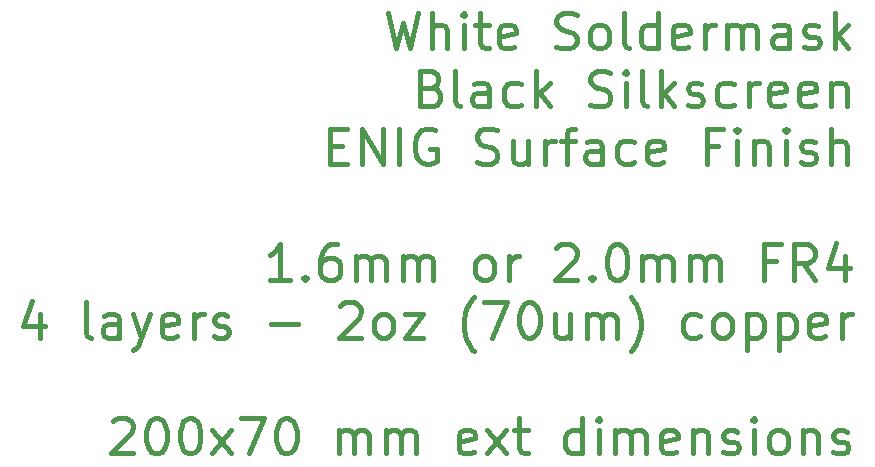
<source format=gbr>
G04 #@! TF.GenerationSoftware,KiCad,Pcbnew,(5.0.0-rc2-dev-296-g4594fedc2)*
G04 #@! TF.CreationDate,2018-05-02T00:47:15+09:30*
G04 #@! TF.ProjectId,zaphod-controller,7A6170686F642D636F6E74726F6C6C65,1.0*
G04 #@! TF.SameCoordinates,Original*
G04 #@! TF.FileFunction,Other,Comment*
%FSLAX46Y46*%
G04 Gerber Fmt 4.6, Leading zero omitted, Abs format (unit mm)*
G04 Created by KiCad (PCBNEW (5.0.0-rc2-dev-296-g4594fedc2)) date 05/02/18 00:47:15*
%MOMM*%
%LPD*%
G01*
G04 APERTURE LIST*
%ADD10C,0.400000*%
G04 APERTURE END LIST*
D10*
X228168571Y-103707142D02*
X228882857Y-106707142D01*
X229454285Y-104564285D01*
X230025714Y-106707142D01*
X230740000Y-103707142D01*
X231882857Y-106707142D02*
X231882857Y-103707142D01*
X233168571Y-106707142D02*
X233168571Y-105135714D01*
X233025714Y-104850000D01*
X232740000Y-104707142D01*
X232311428Y-104707142D01*
X232025714Y-104850000D01*
X231882857Y-104992857D01*
X234597142Y-106707142D02*
X234597142Y-104707142D01*
X234597142Y-103707142D02*
X234454285Y-103850000D01*
X234597142Y-103992857D01*
X234740000Y-103850000D01*
X234597142Y-103707142D01*
X234597142Y-103992857D01*
X235597142Y-104707142D02*
X236740000Y-104707142D01*
X236025714Y-103707142D02*
X236025714Y-106278571D01*
X236168571Y-106564285D01*
X236454285Y-106707142D01*
X236740000Y-106707142D01*
X238882857Y-106564285D02*
X238597142Y-106707142D01*
X238025714Y-106707142D01*
X237740000Y-106564285D01*
X237597142Y-106278571D01*
X237597142Y-105135714D01*
X237740000Y-104850000D01*
X238025714Y-104707142D01*
X238597142Y-104707142D01*
X238882857Y-104850000D01*
X239025714Y-105135714D01*
X239025714Y-105421428D01*
X237597142Y-105707142D01*
X242454285Y-106564285D02*
X242882857Y-106707142D01*
X243597142Y-106707142D01*
X243882857Y-106564285D01*
X244025714Y-106421428D01*
X244168571Y-106135714D01*
X244168571Y-105850000D01*
X244025714Y-105564285D01*
X243882857Y-105421428D01*
X243597142Y-105278571D01*
X243025714Y-105135714D01*
X242740000Y-104992857D01*
X242597142Y-104850000D01*
X242454285Y-104564285D01*
X242454285Y-104278571D01*
X242597142Y-103992857D01*
X242740000Y-103850000D01*
X243025714Y-103707142D01*
X243740000Y-103707142D01*
X244168571Y-103850000D01*
X245882857Y-106707142D02*
X245597142Y-106564285D01*
X245454285Y-106421428D01*
X245311428Y-106135714D01*
X245311428Y-105278571D01*
X245454285Y-104992857D01*
X245597142Y-104850000D01*
X245882857Y-104707142D01*
X246311428Y-104707142D01*
X246597142Y-104850000D01*
X246740000Y-104992857D01*
X246882857Y-105278571D01*
X246882857Y-106135714D01*
X246740000Y-106421428D01*
X246597142Y-106564285D01*
X246311428Y-106707142D01*
X245882857Y-106707142D01*
X248597142Y-106707142D02*
X248311428Y-106564285D01*
X248168571Y-106278571D01*
X248168571Y-103707142D01*
X251025714Y-106707142D02*
X251025714Y-103707142D01*
X251025714Y-106564285D02*
X250740000Y-106707142D01*
X250168571Y-106707142D01*
X249882857Y-106564285D01*
X249740000Y-106421428D01*
X249597142Y-106135714D01*
X249597142Y-105278571D01*
X249740000Y-104992857D01*
X249882857Y-104850000D01*
X250168571Y-104707142D01*
X250740000Y-104707142D01*
X251025714Y-104850000D01*
X253597142Y-106564285D02*
X253311428Y-106707142D01*
X252740000Y-106707142D01*
X252454285Y-106564285D01*
X252311428Y-106278571D01*
X252311428Y-105135714D01*
X252454285Y-104850000D01*
X252740000Y-104707142D01*
X253311428Y-104707142D01*
X253597142Y-104850000D01*
X253740000Y-105135714D01*
X253740000Y-105421428D01*
X252311428Y-105707142D01*
X255025714Y-106707142D02*
X255025714Y-104707142D01*
X255025714Y-105278571D02*
X255168571Y-104992857D01*
X255311428Y-104850000D01*
X255597142Y-104707142D01*
X255882857Y-104707142D01*
X256882857Y-106707142D02*
X256882857Y-104707142D01*
X256882857Y-104992857D02*
X257025714Y-104850000D01*
X257311428Y-104707142D01*
X257740000Y-104707142D01*
X258025714Y-104850000D01*
X258168571Y-105135714D01*
X258168571Y-106707142D01*
X258168571Y-105135714D02*
X258311428Y-104850000D01*
X258597142Y-104707142D01*
X259025714Y-104707142D01*
X259311428Y-104850000D01*
X259454285Y-105135714D01*
X259454285Y-106707142D01*
X262168571Y-106707142D02*
X262168571Y-105135714D01*
X262025714Y-104850000D01*
X261740000Y-104707142D01*
X261168571Y-104707142D01*
X260882857Y-104850000D01*
X262168571Y-106564285D02*
X261882857Y-106707142D01*
X261168571Y-106707142D01*
X260882857Y-106564285D01*
X260740000Y-106278571D01*
X260740000Y-105992857D01*
X260882857Y-105707142D01*
X261168571Y-105564285D01*
X261882857Y-105564285D01*
X262168571Y-105421428D01*
X263454285Y-106564285D02*
X263740000Y-106707142D01*
X264311428Y-106707142D01*
X264597142Y-106564285D01*
X264740000Y-106278571D01*
X264740000Y-106135714D01*
X264597142Y-105850000D01*
X264311428Y-105707142D01*
X263882857Y-105707142D01*
X263597142Y-105564285D01*
X263454285Y-105278571D01*
X263454285Y-105135714D01*
X263597142Y-104850000D01*
X263882857Y-104707142D01*
X264311428Y-104707142D01*
X264597142Y-104850000D01*
X266025714Y-106707142D02*
X266025714Y-103707142D01*
X266311428Y-105564285D02*
X267168571Y-106707142D01*
X267168571Y-104707142D02*
X266025714Y-105850000D01*
X231882857Y-110035714D02*
X232311428Y-110178571D01*
X232454285Y-110321428D01*
X232597142Y-110607142D01*
X232597142Y-111035714D01*
X232454285Y-111321428D01*
X232311428Y-111464285D01*
X232025714Y-111607142D01*
X230882857Y-111607142D01*
X230882857Y-108607142D01*
X231882857Y-108607142D01*
X232168571Y-108750000D01*
X232311428Y-108892857D01*
X232454285Y-109178571D01*
X232454285Y-109464285D01*
X232311428Y-109750000D01*
X232168571Y-109892857D01*
X231882857Y-110035714D01*
X230882857Y-110035714D01*
X234311428Y-111607142D02*
X234025714Y-111464285D01*
X233882857Y-111178571D01*
X233882857Y-108607142D01*
X236740000Y-111607142D02*
X236740000Y-110035714D01*
X236597142Y-109750000D01*
X236311428Y-109607142D01*
X235740000Y-109607142D01*
X235454285Y-109750000D01*
X236740000Y-111464285D02*
X236454285Y-111607142D01*
X235740000Y-111607142D01*
X235454285Y-111464285D01*
X235311428Y-111178571D01*
X235311428Y-110892857D01*
X235454285Y-110607142D01*
X235740000Y-110464285D01*
X236454285Y-110464285D01*
X236740000Y-110321428D01*
X239454285Y-111464285D02*
X239168571Y-111607142D01*
X238597142Y-111607142D01*
X238311428Y-111464285D01*
X238168571Y-111321428D01*
X238025714Y-111035714D01*
X238025714Y-110178571D01*
X238168571Y-109892857D01*
X238311428Y-109750000D01*
X238597142Y-109607142D01*
X239168571Y-109607142D01*
X239454285Y-109750000D01*
X240740000Y-111607142D02*
X240740000Y-108607142D01*
X241025714Y-110464285D02*
X241882857Y-111607142D01*
X241882857Y-109607142D02*
X240740000Y-110750000D01*
X245311428Y-111464285D02*
X245740000Y-111607142D01*
X246454285Y-111607142D01*
X246740000Y-111464285D01*
X246882857Y-111321428D01*
X247025714Y-111035714D01*
X247025714Y-110750000D01*
X246882857Y-110464285D01*
X246740000Y-110321428D01*
X246454285Y-110178571D01*
X245882857Y-110035714D01*
X245597142Y-109892857D01*
X245454285Y-109750000D01*
X245311428Y-109464285D01*
X245311428Y-109178571D01*
X245454285Y-108892857D01*
X245597142Y-108750000D01*
X245882857Y-108607142D01*
X246597142Y-108607142D01*
X247025714Y-108750000D01*
X248311428Y-111607142D02*
X248311428Y-109607142D01*
X248311428Y-108607142D02*
X248168571Y-108750000D01*
X248311428Y-108892857D01*
X248454285Y-108750000D01*
X248311428Y-108607142D01*
X248311428Y-108892857D01*
X250168571Y-111607142D02*
X249882857Y-111464285D01*
X249740000Y-111178571D01*
X249740000Y-108607142D01*
X251311428Y-111607142D02*
X251311428Y-108607142D01*
X251597142Y-110464285D02*
X252454285Y-111607142D01*
X252454285Y-109607142D02*
X251311428Y-110750000D01*
X253597142Y-111464285D02*
X253882857Y-111607142D01*
X254454285Y-111607142D01*
X254740000Y-111464285D01*
X254882857Y-111178571D01*
X254882857Y-111035714D01*
X254740000Y-110750000D01*
X254454285Y-110607142D01*
X254025714Y-110607142D01*
X253740000Y-110464285D01*
X253597142Y-110178571D01*
X253597142Y-110035714D01*
X253740000Y-109750000D01*
X254025714Y-109607142D01*
X254454285Y-109607142D01*
X254740000Y-109750000D01*
X257454285Y-111464285D02*
X257168571Y-111607142D01*
X256597142Y-111607142D01*
X256311428Y-111464285D01*
X256168571Y-111321428D01*
X256025714Y-111035714D01*
X256025714Y-110178571D01*
X256168571Y-109892857D01*
X256311428Y-109750000D01*
X256597142Y-109607142D01*
X257168571Y-109607142D01*
X257454285Y-109750000D01*
X258740000Y-111607142D02*
X258740000Y-109607142D01*
X258740000Y-110178571D02*
X258882857Y-109892857D01*
X259025714Y-109750000D01*
X259311428Y-109607142D01*
X259597142Y-109607142D01*
X261740000Y-111464285D02*
X261454285Y-111607142D01*
X260882857Y-111607142D01*
X260597142Y-111464285D01*
X260454285Y-111178571D01*
X260454285Y-110035714D01*
X260597142Y-109750000D01*
X260882857Y-109607142D01*
X261454285Y-109607142D01*
X261740000Y-109750000D01*
X261882857Y-110035714D01*
X261882857Y-110321428D01*
X260454285Y-110607142D01*
X264311428Y-111464285D02*
X264025714Y-111607142D01*
X263454285Y-111607142D01*
X263168571Y-111464285D01*
X263025714Y-111178571D01*
X263025714Y-110035714D01*
X263168571Y-109750000D01*
X263454285Y-109607142D01*
X264025714Y-109607142D01*
X264311428Y-109750000D01*
X264454285Y-110035714D01*
X264454285Y-110321428D01*
X263025714Y-110607142D01*
X265740000Y-109607142D02*
X265740000Y-111607142D01*
X265740000Y-109892857D02*
X265882857Y-109750000D01*
X266168571Y-109607142D01*
X266597142Y-109607142D01*
X266882857Y-109750000D01*
X267025714Y-110035714D01*
X267025714Y-111607142D01*
X223311428Y-114935714D02*
X224311428Y-114935714D01*
X224739999Y-116507142D02*
X223311428Y-116507142D01*
X223311428Y-113507142D01*
X224739999Y-113507142D01*
X226025714Y-116507142D02*
X226025714Y-113507142D01*
X227739999Y-116507142D01*
X227739999Y-113507142D01*
X229168571Y-116507142D02*
X229168571Y-113507142D01*
X232168571Y-113650000D02*
X231882857Y-113507142D01*
X231454285Y-113507142D01*
X231025714Y-113650000D01*
X230739999Y-113935714D01*
X230597142Y-114221428D01*
X230454285Y-114792857D01*
X230454285Y-115221428D01*
X230597142Y-115792857D01*
X230739999Y-116078571D01*
X231025714Y-116364285D01*
X231454285Y-116507142D01*
X231739999Y-116507142D01*
X232168571Y-116364285D01*
X232311428Y-116221428D01*
X232311428Y-115221428D01*
X231739999Y-115221428D01*
X235739999Y-116364285D02*
X236168571Y-116507142D01*
X236882857Y-116507142D01*
X237168571Y-116364285D01*
X237311428Y-116221428D01*
X237454285Y-115935714D01*
X237454285Y-115650000D01*
X237311428Y-115364285D01*
X237168571Y-115221428D01*
X236882857Y-115078571D01*
X236311428Y-114935714D01*
X236025714Y-114792857D01*
X235882857Y-114650000D01*
X235739999Y-114364285D01*
X235739999Y-114078571D01*
X235882857Y-113792857D01*
X236025714Y-113650000D01*
X236311428Y-113507142D01*
X237025714Y-113507142D01*
X237454285Y-113650000D01*
X240025714Y-114507142D02*
X240025714Y-116507142D01*
X238739999Y-114507142D02*
X238739999Y-116078571D01*
X238882857Y-116364285D01*
X239168571Y-116507142D01*
X239597142Y-116507142D01*
X239882857Y-116364285D01*
X240025714Y-116221428D01*
X241454285Y-116507142D02*
X241454285Y-114507142D01*
X241454285Y-115078571D02*
X241597142Y-114792857D01*
X241739999Y-114650000D01*
X242025714Y-114507142D01*
X242311428Y-114507142D01*
X242882857Y-114507142D02*
X244025714Y-114507142D01*
X243311428Y-116507142D02*
X243311428Y-113935714D01*
X243454285Y-113650000D01*
X243739999Y-113507142D01*
X244025714Y-113507142D01*
X246311428Y-116507142D02*
X246311428Y-114935714D01*
X246168571Y-114650000D01*
X245882857Y-114507142D01*
X245311428Y-114507142D01*
X245025714Y-114650000D01*
X246311428Y-116364285D02*
X246025714Y-116507142D01*
X245311428Y-116507142D01*
X245025714Y-116364285D01*
X244882857Y-116078571D01*
X244882857Y-115792857D01*
X245025714Y-115507142D01*
X245311428Y-115364285D01*
X246025714Y-115364285D01*
X246311428Y-115221428D01*
X249025714Y-116364285D02*
X248739999Y-116507142D01*
X248168571Y-116507142D01*
X247882857Y-116364285D01*
X247739999Y-116221428D01*
X247597142Y-115935714D01*
X247597142Y-115078571D01*
X247739999Y-114792857D01*
X247882857Y-114650000D01*
X248168571Y-114507142D01*
X248739999Y-114507142D01*
X249025714Y-114650000D01*
X251454285Y-116364285D02*
X251168571Y-116507142D01*
X250597142Y-116507142D01*
X250311428Y-116364285D01*
X250168571Y-116078571D01*
X250168571Y-114935714D01*
X250311428Y-114650000D01*
X250597142Y-114507142D01*
X251168571Y-114507142D01*
X251454285Y-114650000D01*
X251597142Y-114935714D01*
X251597142Y-115221428D01*
X250168571Y-115507142D01*
X256168571Y-114935714D02*
X255168571Y-114935714D01*
X255168571Y-116507142D02*
X255168571Y-113507142D01*
X256597142Y-113507142D01*
X257739999Y-116507142D02*
X257739999Y-114507142D01*
X257739999Y-113507142D02*
X257597142Y-113650000D01*
X257739999Y-113792857D01*
X257882857Y-113650000D01*
X257739999Y-113507142D01*
X257739999Y-113792857D01*
X259168571Y-114507142D02*
X259168571Y-116507142D01*
X259168571Y-114792857D02*
X259311428Y-114650000D01*
X259597142Y-114507142D01*
X260025714Y-114507142D01*
X260311428Y-114650000D01*
X260454285Y-114935714D01*
X260454285Y-116507142D01*
X261882857Y-116507142D02*
X261882857Y-114507142D01*
X261882857Y-113507142D02*
X261739999Y-113650000D01*
X261882857Y-113792857D01*
X262025714Y-113650000D01*
X261882857Y-113507142D01*
X261882857Y-113792857D01*
X263168571Y-116364285D02*
X263454285Y-116507142D01*
X264025714Y-116507142D01*
X264311428Y-116364285D01*
X264454285Y-116078571D01*
X264454285Y-115935714D01*
X264311428Y-115650000D01*
X264025714Y-115507142D01*
X263597142Y-115507142D01*
X263311428Y-115364285D01*
X263168571Y-115078571D01*
X263168571Y-114935714D01*
X263311428Y-114650000D01*
X263597142Y-114507142D01*
X264025714Y-114507142D01*
X264311428Y-114650000D01*
X265739999Y-116507142D02*
X265739999Y-113507142D01*
X267025714Y-116507142D02*
X267025714Y-114935714D01*
X266882857Y-114650000D01*
X266597142Y-114507142D01*
X266168571Y-114507142D01*
X265882857Y-114650000D01*
X265739999Y-114792857D01*
X219882857Y-126307142D02*
X218168571Y-126307142D01*
X219025714Y-126307142D02*
X219025714Y-123307142D01*
X218740000Y-123735714D01*
X218454285Y-124021428D01*
X218168571Y-124164285D01*
X221168571Y-126021428D02*
X221311428Y-126164285D01*
X221168571Y-126307142D01*
X221025714Y-126164285D01*
X221168571Y-126021428D01*
X221168571Y-126307142D01*
X223882857Y-123307142D02*
X223311428Y-123307142D01*
X223025714Y-123450000D01*
X222882857Y-123592857D01*
X222597142Y-124021428D01*
X222454285Y-124592857D01*
X222454285Y-125735714D01*
X222597142Y-126021428D01*
X222740000Y-126164285D01*
X223025714Y-126307142D01*
X223597142Y-126307142D01*
X223882857Y-126164285D01*
X224025714Y-126021428D01*
X224168571Y-125735714D01*
X224168571Y-125021428D01*
X224025714Y-124735714D01*
X223882857Y-124592857D01*
X223597142Y-124450000D01*
X223025714Y-124450000D01*
X222740000Y-124592857D01*
X222597142Y-124735714D01*
X222454285Y-125021428D01*
X225454285Y-126307142D02*
X225454285Y-124307142D01*
X225454285Y-124592857D02*
X225597142Y-124450000D01*
X225882857Y-124307142D01*
X226311428Y-124307142D01*
X226597142Y-124450000D01*
X226740000Y-124735714D01*
X226740000Y-126307142D01*
X226740000Y-124735714D02*
X226882857Y-124450000D01*
X227168571Y-124307142D01*
X227597142Y-124307142D01*
X227882857Y-124450000D01*
X228025714Y-124735714D01*
X228025714Y-126307142D01*
X229454285Y-126307142D02*
X229454285Y-124307142D01*
X229454285Y-124592857D02*
X229597142Y-124450000D01*
X229882857Y-124307142D01*
X230311428Y-124307142D01*
X230597142Y-124450000D01*
X230740000Y-124735714D01*
X230740000Y-126307142D01*
X230740000Y-124735714D02*
X230882857Y-124450000D01*
X231168571Y-124307142D01*
X231597142Y-124307142D01*
X231882857Y-124450000D01*
X232025714Y-124735714D01*
X232025714Y-126307142D01*
X236168571Y-126307142D02*
X235882857Y-126164285D01*
X235740000Y-126021428D01*
X235597142Y-125735714D01*
X235597142Y-124878571D01*
X235740000Y-124592857D01*
X235882857Y-124450000D01*
X236168571Y-124307142D01*
X236597142Y-124307142D01*
X236882857Y-124450000D01*
X237025714Y-124592857D01*
X237168571Y-124878571D01*
X237168571Y-125735714D01*
X237025714Y-126021428D01*
X236882857Y-126164285D01*
X236597142Y-126307142D01*
X236168571Y-126307142D01*
X238454285Y-126307142D02*
X238454285Y-124307142D01*
X238454285Y-124878571D02*
X238597142Y-124592857D01*
X238740000Y-124450000D01*
X239025714Y-124307142D01*
X239311428Y-124307142D01*
X242454285Y-123592857D02*
X242597142Y-123450000D01*
X242882857Y-123307142D01*
X243597142Y-123307142D01*
X243882857Y-123450000D01*
X244025714Y-123592857D01*
X244168571Y-123878571D01*
X244168571Y-124164285D01*
X244025714Y-124592857D01*
X242311428Y-126307142D01*
X244168571Y-126307142D01*
X245454285Y-126021428D02*
X245597142Y-126164285D01*
X245454285Y-126307142D01*
X245311428Y-126164285D01*
X245454285Y-126021428D01*
X245454285Y-126307142D01*
X247454285Y-123307142D02*
X247740000Y-123307142D01*
X248025714Y-123450000D01*
X248168571Y-123592857D01*
X248311428Y-123878571D01*
X248454285Y-124450000D01*
X248454285Y-125164285D01*
X248311428Y-125735714D01*
X248168571Y-126021428D01*
X248025714Y-126164285D01*
X247740000Y-126307142D01*
X247454285Y-126307142D01*
X247168571Y-126164285D01*
X247025714Y-126021428D01*
X246882857Y-125735714D01*
X246740000Y-125164285D01*
X246740000Y-124450000D01*
X246882857Y-123878571D01*
X247025714Y-123592857D01*
X247168571Y-123450000D01*
X247454285Y-123307142D01*
X249740000Y-126307142D02*
X249740000Y-124307142D01*
X249740000Y-124592857D02*
X249882857Y-124450000D01*
X250168571Y-124307142D01*
X250597142Y-124307142D01*
X250882857Y-124450000D01*
X251025714Y-124735714D01*
X251025714Y-126307142D01*
X251025714Y-124735714D02*
X251168571Y-124450000D01*
X251454285Y-124307142D01*
X251882857Y-124307142D01*
X252168571Y-124450000D01*
X252311428Y-124735714D01*
X252311428Y-126307142D01*
X253740000Y-126307142D02*
X253740000Y-124307142D01*
X253740000Y-124592857D02*
X253882857Y-124450000D01*
X254168571Y-124307142D01*
X254597142Y-124307142D01*
X254882857Y-124450000D01*
X255025714Y-124735714D01*
X255025714Y-126307142D01*
X255025714Y-124735714D02*
X255168571Y-124450000D01*
X255454285Y-124307142D01*
X255882857Y-124307142D01*
X256168571Y-124450000D01*
X256311428Y-124735714D01*
X256311428Y-126307142D01*
X261025714Y-124735714D02*
X260025714Y-124735714D01*
X260025714Y-126307142D02*
X260025714Y-123307142D01*
X261454285Y-123307142D01*
X264311428Y-126307142D02*
X263311428Y-124878571D01*
X262597142Y-126307142D02*
X262597142Y-123307142D01*
X263740000Y-123307142D01*
X264025714Y-123450000D01*
X264168571Y-123592857D01*
X264311428Y-123878571D01*
X264311428Y-124307142D01*
X264168571Y-124592857D01*
X264025714Y-124735714D01*
X263740000Y-124878571D01*
X262597142Y-124878571D01*
X266882857Y-124307142D02*
X266882857Y-126307142D01*
X266168571Y-123164285D02*
X265454285Y-125307142D01*
X267311428Y-125307142D01*
X198739999Y-129207142D02*
X198739999Y-131207142D01*
X198025714Y-128064285D02*
X197311428Y-130207142D01*
X199168571Y-130207142D01*
X203025714Y-131207142D02*
X202739999Y-131064285D01*
X202597142Y-130778571D01*
X202597142Y-128207142D01*
X205454285Y-131207142D02*
X205454285Y-129635714D01*
X205311428Y-129350000D01*
X205025714Y-129207142D01*
X204454285Y-129207142D01*
X204168571Y-129350000D01*
X205454285Y-131064285D02*
X205168571Y-131207142D01*
X204454285Y-131207142D01*
X204168571Y-131064285D01*
X204025714Y-130778571D01*
X204025714Y-130492857D01*
X204168571Y-130207142D01*
X204454285Y-130064285D01*
X205168571Y-130064285D01*
X205454285Y-129921428D01*
X206597142Y-129207142D02*
X207311428Y-131207142D01*
X208025714Y-129207142D02*
X207311428Y-131207142D01*
X207025714Y-131921428D01*
X206882857Y-132064285D01*
X206597142Y-132207142D01*
X210311428Y-131064285D02*
X210025714Y-131207142D01*
X209454285Y-131207142D01*
X209168571Y-131064285D01*
X209025714Y-130778571D01*
X209025714Y-129635714D01*
X209168571Y-129350000D01*
X209454285Y-129207142D01*
X210025714Y-129207142D01*
X210311428Y-129350000D01*
X210454285Y-129635714D01*
X210454285Y-129921428D01*
X209025714Y-130207142D01*
X211739999Y-131207142D02*
X211739999Y-129207142D01*
X211739999Y-129778571D02*
X211882857Y-129492857D01*
X212025714Y-129350000D01*
X212311428Y-129207142D01*
X212597142Y-129207142D01*
X213454285Y-131064285D02*
X213739999Y-131207142D01*
X214311428Y-131207142D01*
X214597142Y-131064285D01*
X214739999Y-130778571D01*
X214739999Y-130635714D01*
X214597142Y-130350000D01*
X214311428Y-130207142D01*
X213882857Y-130207142D01*
X213597142Y-130064285D01*
X213454285Y-129778571D01*
X213454285Y-129635714D01*
X213597142Y-129350000D01*
X213882857Y-129207142D01*
X214311428Y-129207142D01*
X214597142Y-129350000D01*
X218311428Y-130064285D02*
X220597142Y-130064285D01*
X224168571Y-128492857D02*
X224311428Y-128350000D01*
X224597142Y-128207142D01*
X225311428Y-128207142D01*
X225597142Y-128350000D01*
X225739999Y-128492857D01*
X225882857Y-128778571D01*
X225882857Y-129064285D01*
X225739999Y-129492857D01*
X224025714Y-131207142D01*
X225882857Y-131207142D01*
X227597142Y-131207142D02*
X227311428Y-131064285D01*
X227168571Y-130921428D01*
X227025714Y-130635714D01*
X227025714Y-129778571D01*
X227168571Y-129492857D01*
X227311428Y-129350000D01*
X227597142Y-129207142D01*
X228025714Y-129207142D01*
X228311428Y-129350000D01*
X228454285Y-129492857D01*
X228597142Y-129778571D01*
X228597142Y-130635714D01*
X228454285Y-130921428D01*
X228311428Y-131064285D01*
X228025714Y-131207142D01*
X227597142Y-131207142D01*
X229597142Y-129207142D02*
X231168571Y-129207142D01*
X229597142Y-131207142D01*
X231168571Y-131207142D01*
X235454285Y-132350000D02*
X235311428Y-132207142D01*
X235025714Y-131778571D01*
X234882857Y-131492857D01*
X234739999Y-131064285D01*
X234597142Y-130350000D01*
X234597142Y-129778571D01*
X234739999Y-129064285D01*
X234882857Y-128635714D01*
X235025714Y-128350000D01*
X235311428Y-127921428D01*
X235454285Y-127778571D01*
X236311428Y-128207142D02*
X238311428Y-128207142D01*
X237025714Y-131207142D01*
X240025714Y-128207142D02*
X240311428Y-128207142D01*
X240597142Y-128350000D01*
X240739999Y-128492857D01*
X240882857Y-128778571D01*
X241025714Y-129350000D01*
X241025714Y-130064285D01*
X240882857Y-130635714D01*
X240739999Y-130921428D01*
X240597142Y-131064285D01*
X240311428Y-131207142D01*
X240025714Y-131207142D01*
X239739999Y-131064285D01*
X239597142Y-130921428D01*
X239454285Y-130635714D01*
X239311428Y-130064285D01*
X239311428Y-129350000D01*
X239454285Y-128778571D01*
X239597142Y-128492857D01*
X239739999Y-128350000D01*
X240025714Y-128207142D01*
X243597142Y-129207142D02*
X243597142Y-131207142D01*
X242311428Y-129207142D02*
X242311428Y-130778571D01*
X242454285Y-131064285D01*
X242739999Y-131207142D01*
X243168571Y-131207142D01*
X243454285Y-131064285D01*
X243597142Y-130921428D01*
X245025714Y-131207142D02*
X245025714Y-129207142D01*
X245025714Y-129492857D02*
X245168571Y-129350000D01*
X245454285Y-129207142D01*
X245882857Y-129207142D01*
X246168571Y-129350000D01*
X246311428Y-129635714D01*
X246311428Y-131207142D01*
X246311428Y-129635714D02*
X246454285Y-129350000D01*
X246739999Y-129207142D01*
X247168571Y-129207142D01*
X247454285Y-129350000D01*
X247597142Y-129635714D01*
X247597142Y-131207142D01*
X248739999Y-132350000D02*
X248882857Y-132207142D01*
X249168571Y-131778571D01*
X249311428Y-131492857D01*
X249454285Y-131064285D01*
X249597142Y-130350000D01*
X249597142Y-129778571D01*
X249454285Y-129064285D01*
X249311428Y-128635714D01*
X249168571Y-128350000D01*
X248882857Y-127921428D01*
X248739999Y-127778571D01*
X254597142Y-131064285D02*
X254311428Y-131207142D01*
X253739999Y-131207142D01*
X253454285Y-131064285D01*
X253311428Y-130921428D01*
X253168571Y-130635714D01*
X253168571Y-129778571D01*
X253311428Y-129492857D01*
X253454285Y-129350000D01*
X253739999Y-129207142D01*
X254311428Y-129207142D01*
X254597142Y-129350000D01*
X256311428Y-131207142D02*
X256025714Y-131064285D01*
X255882857Y-130921428D01*
X255739999Y-130635714D01*
X255739999Y-129778571D01*
X255882857Y-129492857D01*
X256025714Y-129350000D01*
X256311428Y-129207142D01*
X256739999Y-129207142D01*
X257025714Y-129350000D01*
X257168571Y-129492857D01*
X257311428Y-129778571D01*
X257311428Y-130635714D01*
X257168571Y-130921428D01*
X257025714Y-131064285D01*
X256739999Y-131207142D01*
X256311428Y-131207142D01*
X258597142Y-129207142D02*
X258597142Y-132207142D01*
X258597142Y-129350000D02*
X258882857Y-129207142D01*
X259454285Y-129207142D01*
X259739999Y-129350000D01*
X259882857Y-129492857D01*
X260025714Y-129778571D01*
X260025714Y-130635714D01*
X259882857Y-130921428D01*
X259739999Y-131064285D01*
X259454285Y-131207142D01*
X258882857Y-131207142D01*
X258597142Y-131064285D01*
X261311428Y-129207142D02*
X261311428Y-132207142D01*
X261311428Y-129350000D02*
X261597142Y-129207142D01*
X262168571Y-129207142D01*
X262454285Y-129350000D01*
X262597142Y-129492857D01*
X262739999Y-129778571D01*
X262739999Y-130635714D01*
X262597142Y-130921428D01*
X262454285Y-131064285D01*
X262168571Y-131207142D01*
X261597142Y-131207142D01*
X261311428Y-131064285D01*
X265168571Y-131064285D02*
X264882857Y-131207142D01*
X264311428Y-131207142D01*
X264025714Y-131064285D01*
X263882857Y-130778571D01*
X263882857Y-129635714D01*
X264025714Y-129350000D01*
X264311428Y-129207142D01*
X264882857Y-129207142D01*
X265168571Y-129350000D01*
X265311428Y-129635714D01*
X265311428Y-129921428D01*
X263882857Y-130207142D01*
X266597142Y-131207142D02*
X266597142Y-129207142D01*
X266597142Y-129778571D02*
X266739999Y-129492857D01*
X266882857Y-129350000D01*
X267168571Y-129207142D01*
X267454285Y-129207142D01*
X204882857Y-138292857D02*
X205025714Y-138150000D01*
X205311428Y-138007142D01*
X206025714Y-138007142D01*
X206311428Y-138150000D01*
X206454285Y-138292857D01*
X206597142Y-138578571D01*
X206597142Y-138864285D01*
X206454285Y-139292857D01*
X204740000Y-141007142D01*
X206597142Y-141007142D01*
X208454285Y-138007142D02*
X208740000Y-138007142D01*
X209025714Y-138150000D01*
X209168571Y-138292857D01*
X209311428Y-138578571D01*
X209454285Y-139150000D01*
X209454285Y-139864285D01*
X209311428Y-140435714D01*
X209168571Y-140721428D01*
X209025714Y-140864285D01*
X208740000Y-141007142D01*
X208454285Y-141007142D01*
X208168571Y-140864285D01*
X208025714Y-140721428D01*
X207882857Y-140435714D01*
X207740000Y-139864285D01*
X207740000Y-139150000D01*
X207882857Y-138578571D01*
X208025714Y-138292857D01*
X208168571Y-138150000D01*
X208454285Y-138007142D01*
X211311428Y-138007142D02*
X211597142Y-138007142D01*
X211882857Y-138150000D01*
X212025714Y-138292857D01*
X212168571Y-138578571D01*
X212311428Y-139150000D01*
X212311428Y-139864285D01*
X212168571Y-140435714D01*
X212025714Y-140721428D01*
X211882857Y-140864285D01*
X211597142Y-141007142D01*
X211311428Y-141007142D01*
X211025714Y-140864285D01*
X210882857Y-140721428D01*
X210740000Y-140435714D01*
X210597142Y-139864285D01*
X210597142Y-139150000D01*
X210740000Y-138578571D01*
X210882857Y-138292857D01*
X211025714Y-138150000D01*
X211311428Y-138007142D01*
X213311428Y-141007142D02*
X214882857Y-139007142D01*
X213311428Y-139007142D02*
X214882857Y-141007142D01*
X215740000Y-138007142D02*
X217740000Y-138007142D01*
X216454285Y-141007142D01*
X219454285Y-138007142D02*
X219740000Y-138007142D01*
X220025714Y-138150000D01*
X220168571Y-138292857D01*
X220311428Y-138578571D01*
X220454285Y-139150000D01*
X220454285Y-139864285D01*
X220311428Y-140435714D01*
X220168571Y-140721428D01*
X220025714Y-140864285D01*
X219740000Y-141007142D01*
X219454285Y-141007142D01*
X219168571Y-140864285D01*
X219025714Y-140721428D01*
X218882857Y-140435714D01*
X218740000Y-139864285D01*
X218740000Y-139150000D01*
X218882857Y-138578571D01*
X219025714Y-138292857D01*
X219168571Y-138150000D01*
X219454285Y-138007142D01*
X224025714Y-141007142D02*
X224025714Y-139007142D01*
X224025714Y-139292857D02*
X224168571Y-139150000D01*
X224454285Y-139007142D01*
X224882857Y-139007142D01*
X225168571Y-139150000D01*
X225311428Y-139435714D01*
X225311428Y-141007142D01*
X225311428Y-139435714D02*
X225454285Y-139150000D01*
X225740000Y-139007142D01*
X226168571Y-139007142D01*
X226454285Y-139150000D01*
X226597142Y-139435714D01*
X226597142Y-141007142D01*
X228025714Y-141007142D02*
X228025714Y-139007142D01*
X228025714Y-139292857D02*
X228168571Y-139150000D01*
X228454285Y-139007142D01*
X228882857Y-139007142D01*
X229168571Y-139150000D01*
X229311428Y-139435714D01*
X229311428Y-141007142D01*
X229311428Y-139435714D02*
X229454285Y-139150000D01*
X229740000Y-139007142D01*
X230168571Y-139007142D01*
X230454285Y-139150000D01*
X230597142Y-139435714D01*
X230597142Y-141007142D01*
X235454285Y-140864285D02*
X235168571Y-141007142D01*
X234597142Y-141007142D01*
X234311428Y-140864285D01*
X234168571Y-140578571D01*
X234168571Y-139435714D01*
X234311428Y-139150000D01*
X234597142Y-139007142D01*
X235168571Y-139007142D01*
X235454285Y-139150000D01*
X235597142Y-139435714D01*
X235597142Y-139721428D01*
X234168571Y-140007142D01*
X236597142Y-141007142D02*
X238168571Y-139007142D01*
X236597142Y-139007142D02*
X238168571Y-141007142D01*
X238882857Y-139007142D02*
X240025714Y-139007142D01*
X239311428Y-138007142D02*
X239311428Y-140578571D01*
X239454285Y-140864285D01*
X239740000Y-141007142D01*
X240025714Y-141007142D01*
X244597142Y-141007142D02*
X244597142Y-138007142D01*
X244597142Y-140864285D02*
X244311428Y-141007142D01*
X243740000Y-141007142D01*
X243454285Y-140864285D01*
X243311428Y-140721428D01*
X243168571Y-140435714D01*
X243168571Y-139578571D01*
X243311428Y-139292857D01*
X243454285Y-139150000D01*
X243740000Y-139007142D01*
X244311428Y-139007142D01*
X244597142Y-139150000D01*
X246025714Y-141007142D02*
X246025714Y-139007142D01*
X246025714Y-138007142D02*
X245882857Y-138150000D01*
X246025714Y-138292857D01*
X246168571Y-138150000D01*
X246025714Y-138007142D01*
X246025714Y-138292857D01*
X247454285Y-141007142D02*
X247454285Y-139007142D01*
X247454285Y-139292857D02*
X247597142Y-139150000D01*
X247882857Y-139007142D01*
X248311428Y-139007142D01*
X248597142Y-139150000D01*
X248740000Y-139435714D01*
X248740000Y-141007142D01*
X248740000Y-139435714D02*
X248882857Y-139150000D01*
X249168571Y-139007142D01*
X249597142Y-139007142D01*
X249882857Y-139150000D01*
X250025714Y-139435714D01*
X250025714Y-141007142D01*
X252597142Y-140864285D02*
X252311428Y-141007142D01*
X251740000Y-141007142D01*
X251454285Y-140864285D01*
X251311428Y-140578571D01*
X251311428Y-139435714D01*
X251454285Y-139150000D01*
X251740000Y-139007142D01*
X252311428Y-139007142D01*
X252597142Y-139150000D01*
X252740000Y-139435714D01*
X252740000Y-139721428D01*
X251311428Y-140007142D01*
X254025714Y-139007142D02*
X254025714Y-141007142D01*
X254025714Y-139292857D02*
X254168571Y-139150000D01*
X254454285Y-139007142D01*
X254882857Y-139007142D01*
X255168571Y-139150000D01*
X255311428Y-139435714D01*
X255311428Y-141007142D01*
X256597142Y-140864285D02*
X256882857Y-141007142D01*
X257454285Y-141007142D01*
X257740000Y-140864285D01*
X257882857Y-140578571D01*
X257882857Y-140435714D01*
X257740000Y-140150000D01*
X257454285Y-140007142D01*
X257025714Y-140007142D01*
X256740000Y-139864285D01*
X256597142Y-139578571D01*
X256597142Y-139435714D01*
X256740000Y-139150000D01*
X257025714Y-139007142D01*
X257454285Y-139007142D01*
X257740000Y-139150000D01*
X259168571Y-141007142D02*
X259168571Y-139007142D01*
X259168571Y-138007142D02*
X259025714Y-138150000D01*
X259168571Y-138292857D01*
X259311428Y-138150000D01*
X259168571Y-138007142D01*
X259168571Y-138292857D01*
X261025714Y-141007142D02*
X260740000Y-140864285D01*
X260597142Y-140721428D01*
X260454285Y-140435714D01*
X260454285Y-139578571D01*
X260597142Y-139292857D01*
X260740000Y-139150000D01*
X261025714Y-139007142D01*
X261454285Y-139007142D01*
X261740000Y-139150000D01*
X261882857Y-139292857D01*
X262025714Y-139578571D01*
X262025714Y-140435714D01*
X261882857Y-140721428D01*
X261740000Y-140864285D01*
X261454285Y-141007142D01*
X261025714Y-141007142D01*
X263311428Y-139007142D02*
X263311428Y-141007142D01*
X263311428Y-139292857D02*
X263454285Y-139150000D01*
X263740000Y-139007142D01*
X264168571Y-139007142D01*
X264454285Y-139150000D01*
X264597142Y-139435714D01*
X264597142Y-141007142D01*
X265882857Y-140864285D02*
X266168571Y-141007142D01*
X266740000Y-141007142D01*
X267025714Y-140864285D01*
X267168571Y-140578571D01*
X267168571Y-140435714D01*
X267025714Y-140150000D01*
X266740000Y-140007142D01*
X266311428Y-140007142D01*
X266025714Y-139864285D01*
X265882857Y-139578571D01*
X265882857Y-139435714D01*
X266025714Y-139150000D01*
X266311428Y-139007142D01*
X266740000Y-139007142D01*
X267025714Y-139150000D01*
M02*

</source>
